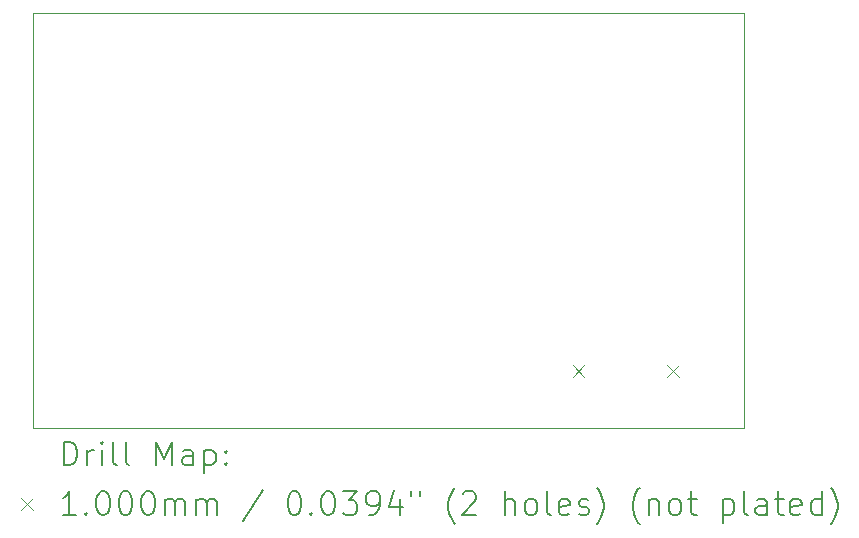
<source format=gbr>
%TF.GenerationSoftware,KiCad,Pcbnew,8.0.7*%
%TF.CreationDate,2025-03-03T01:54:19+02:00*%
%TF.ProjectId,slug_v1_0,736c7567-5f76-4315-9f30-2e6b69636164,rev?*%
%TF.SameCoordinates,Original*%
%TF.FileFunction,Drillmap*%
%TF.FilePolarity,Positive*%
%FSLAX45Y45*%
G04 Gerber Fmt 4.5, Leading zero omitted, Abs format (unit mm)*
G04 Created by KiCad (PCBNEW 8.0.7) date 2025-03-03 01:54:19*
%MOMM*%
%LPD*%
G01*
G04 APERTURE LIST*
%ADD10C,0.050000*%
%ADD11C,0.200000*%
%ADD12C,0.100000*%
G04 APERTURE END LIST*
D10*
X6290000Y-9990000D02*
X12310000Y-9990000D01*
X12310000Y-13510000D01*
X6290000Y-13510000D01*
X6290000Y-9990000D01*
D11*
D12*
X10857000Y-12975000D02*
X10957000Y-13075000D01*
X10957000Y-12975000D02*
X10857000Y-13075000D01*
X11655000Y-12975000D02*
X11755000Y-13075000D01*
X11755000Y-12975000D02*
X11655000Y-13075000D01*
D11*
X6548277Y-13823984D02*
X6548277Y-13623984D01*
X6548277Y-13623984D02*
X6595896Y-13623984D01*
X6595896Y-13623984D02*
X6624467Y-13633508D01*
X6624467Y-13633508D02*
X6643515Y-13652555D01*
X6643515Y-13652555D02*
X6653039Y-13671603D01*
X6653039Y-13671603D02*
X6662562Y-13709698D01*
X6662562Y-13709698D02*
X6662562Y-13738269D01*
X6662562Y-13738269D02*
X6653039Y-13776365D01*
X6653039Y-13776365D02*
X6643515Y-13795412D01*
X6643515Y-13795412D02*
X6624467Y-13814460D01*
X6624467Y-13814460D02*
X6595896Y-13823984D01*
X6595896Y-13823984D02*
X6548277Y-13823984D01*
X6748277Y-13823984D02*
X6748277Y-13690650D01*
X6748277Y-13728746D02*
X6757801Y-13709698D01*
X6757801Y-13709698D02*
X6767324Y-13700174D01*
X6767324Y-13700174D02*
X6786372Y-13690650D01*
X6786372Y-13690650D02*
X6805420Y-13690650D01*
X6872086Y-13823984D02*
X6872086Y-13690650D01*
X6872086Y-13623984D02*
X6862562Y-13633508D01*
X6862562Y-13633508D02*
X6872086Y-13643031D01*
X6872086Y-13643031D02*
X6881610Y-13633508D01*
X6881610Y-13633508D02*
X6872086Y-13623984D01*
X6872086Y-13623984D02*
X6872086Y-13643031D01*
X6995896Y-13823984D02*
X6976848Y-13814460D01*
X6976848Y-13814460D02*
X6967324Y-13795412D01*
X6967324Y-13795412D02*
X6967324Y-13623984D01*
X7100658Y-13823984D02*
X7081610Y-13814460D01*
X7081610Y-13814460D02*
X7072086Y-13795412D01*
X7072086Y-13795412D02*
X7072086Y-13623984D01*
X7329229Y-13823984D02*
X7329229Y-13623984D01*
X7329229Y-13623984D02*
X7395896Y-13766841D01*
X7395896Y-13766841D02*
X7462562Y-13623984D01*
X7462562Y-13623984D02*
X7462562Y-13823984D01*
X7643515Y-13823984D02*
X7643515Y-13719222D01*
X7643515Y-13719222D02*
X7633991Y-13700174D01*
X7633991Y-13700174D02*
X7614943Y-13690650D01*
X7614943Y-13690650D02*
X7576848Y-13690650D01*
X7576848Y-13690650D02*
X7557801Y-13700174D01*
X7643515Y-13814460D02*
X7624467Y-13823984D01*
X7624467Y-13823984D02*
X7576848Y-13823984D01*
X7576848Y-13823984D02*
X7557801Y-13814460D01*
X7557801Y-13814460D02*
X7548277Y-13795412D01*
X7548277Y-13795412D02*
X7548277Y-13776365D01*
X7548277Y-13776365D02*
X7557801Y-13757317D01*
X7557801Y-13757317D02*
X7576848Y-13747793D01*
X7576848Y-13747793D02*
X7624467Y-13747793D01*
X7624467Y-13747793D02*
X7643515Y-13738269D01*
X7738753Y-13690650D02*
X7738753Y-13890650D01*
X7738753Y-13700174D02*
X7757801Y-13690650D01*
X7757801Y-13690650D02*
X7795896Y-13690650D01*
X7795896Y-13690650D02*
X7814943Y-13700174D01*
X7814943Y-13700174D02*
X7824467Y-13709698D01*
X7824467Y-13709698D02*
X7833991Y-13728746D01*
X7833991Y-13728746D02*
X7833991Y-13785888D01*
X7833991Y-13785888D02*
X7824467Y-13804936D01*
X7824467Y-13804936D02*
X7814943Y-13814460D01*
X7814943Y-13814460D02*
X7795896Y-13823984D01*
X7795896Y-13823984D02*
X7757801Y-13823984D01*
X7757801Y-13823984D02*
X7738753Y-13814460D01*
X7919705Y-13804936D02*
X7929229Y-13814460D01*
X7929229Y-13814460D02*
X7919705Y-13823984D01*
X7919705Y-13823984D02*
X7910182Y-13814460D01*
X7910182Y-13814460D02*
X7919705Y-13804936D01*
X7919705Y-13804936D02*
X7919705Y-13823984D01*
X7919705Y-13700174D02*
X7929229Y-13709698D01*
X7929229Y-13709698D02*
X7919705Y-13719222D01*
X7919705Y-13719222D02*
X7910182Y-13709698D01*
X7910182Y-13709698D02*
X7919705Y-13700174D01*
X7919705Y-13700174D02*
X7919705Y-13719222D01*
D12*
X6187500Y-14102500D02*
X6287500Y-14202500D01*
X6287500Y-14102500D02*
X6187500Y-14202500D01*
D11*
X6653039Y-14243984D02*
X6538753Y-14243984D01*
X6595896Y-14243984D02*
X6595896Y-14043984D01*
X6595896Y-14043984D02*
X6576848Y-14072555D01*
X6576848Y-14072555D02*
X6557801Y-14091603D01*
X6557801Y-14091603D02*
X6538753Y-14101127D01*
X6738753Y-14224936D02*
X6748277Y-14234460D01*
X6748277Y-14234460D02*
X6738753Y-14243984D01*
X6738753Y-14243984D02*
X6729229Y-14234460D01*
X6729229Y-14234460D02*
X6738753Y-14224936D01*
X6738753Y-14224936D02*
X6738753Y-14243984D01*
X6872086Y-14043984D02*
X6891134Y-14043984D01*
X6891134Y-14043984D02*
X6910182Y-14053508D01*
X6910182Y-14053508D02*
X6919705Y-14063031D01*
X6919705Y-14063031D02*
X6929229Y-14082079D01*
X6929229Y-14082079D02*
X6938753Y-14120174D01*
X6938753Y-14120174D02*
X6938753Y-14167793D01*
X6938753Y-14167793D02*
X6929229Y-14205888D01*
X6929229Y-14205888D02*
X6919705Y-14224936D01*
X6919705Y-14224936D02*
X6910182Y-14234460D01*
X6910182Y-14234460D02*
X6891134Y-14243984D01*
X6891134Y-14243984D02*
X6872086Y-14243984D01*
X6872086Y-14243984D02*
X6853039Y-14234460D01*
X6853039Y-14234460D02*
X6843515Y-14224936D01*
X6843515Y-14224936D02*
X6833991Y-14205888D01*
X6833991Y-14205888D02*
X6824467Y-14167793D01*
X6824467Y-14167793D02*
X6824467Y-14120174D01*
X6824467Y-14120174D02*
X6833991Y-14082079D01*
X6833991Y-14082079D02*
X6843515Y-14063031D01*
X6843515Y-14063031D02*
X6853039Y-14053508D01*
X6853039Y-14053508D02*
X6872086Y-14043984D01*
X7062562Y-14043984D02*
X7081610Y-14043984D01*
X7081610Y-14043984D02*
X7100658Y-14053508D01*
X7100658Y-14053508D02*
X7110182Y-14063031D01*
X7110182Y-14063031D02*
X7119705Y-14082079D01*
X7119705Y-14082079D02*
X7129229Y-14120174D01*
X7129229Y-14120174D02*
X7129229Y-14167793D01*
X7129229Y-14167793D02*
X7119705Y-14205888D01*
X7119705Y-14205888D02*
X7110182Y-14224936D01*
X7110182Y-14224936D02*
X7100658Y-14234460D01*
X7100658Y-14234460D02*
X7081610Y-14243984D01*
X7081610Y-14243984D02*
X7062562Y-14243984D01*
X7062562Y-14243984D02*
X7043515Y-14234460D01*
X7043515Y-14234460D02*
X7033991Y-14224936D01*
X7033991Y-14224936D02*
X7024467Y-14205888D01*
X7024467Y-14205888D02*
X7014943Y-14167793D01*
X7014943Y-14167793D02*
X7014943Y-14120174D01*
X7014943Y-14120174D02*
X7024467Y-14082079D01*
X7024467Y-14082079D02*
X7033991Y-14063031D01*
X7033991Y-14063031D02*
X7043515Y-14053508D01*
X7043515Y-14053508D02*
X7062562Y-14043984D01*
X7253039Y-14043984D02*
X7272086Y-14043984D01*
X7272086Y-14043984D02*
X7291134Y-14053508D01*
X7291134Y-14053508D02*
X7300658Y-14063031D01*
X7300658Y-14063031D02*
X7310182Y-14082079D01*
X7310182Y-14082079D02*
X7319705Y-14120174D01*
X7319705Y-14120174D02*
X7319705Y-14167793D01*
X7319705Y-14167793D02*
X7310182Y-14205888D01*
X7310182Y-14205888D02*
X7300658Y-14224936D01*
X7300658Y-14224936D02*
X7291134Y-14234460D01*
X7291134Y-14234460D02*
X7272086Y-14243984D01*
X7272086Y-14243984D02*
X7253039Y-14243984D01*
X7253039Y-14243984D02*
X7233991Y-14234460D01*
X7233991Y-14234460D02*
X7224467Y-14224936D01*
X7224467Y-14224936D02*
X7214943Y-14205888D01*
X7214943Y-14205888D02*
X7205420Y-14167793D01*
X7205420Y-14167793D02*
X7205420Y-14120174D01*
X7205420Y-14120174D02*
X7214943Y-14082079D01*
X7214943Y-14082079D02*
X7224467Y-14063031D01*
X7224467Y-14063031D02*
X7233991Y-14053508D01*
X7233991Y-14053508D02*
X7253039Y-14043984D01*
X7405420Y-14243984D02*
X7405420Y-14110650D01*
X7405420Y-14129698D02*
X7414943Y-14120174D01*
X7414943Y-14120174D02*
X7433991Y-14110650D01*
X7433991Y-14110650D02*
X7462563Y-14110650D01*
X7462563Y-14110650D02*
X7481610Y-14120174D01*
X7481610Y-14120174D02*
X7491134Y-14139222D01*
X7491134Y-14139222D02*
X7491134Y-14243984D01*
X7491134Y-14139222D02*
X7500658Y-14120174D01*
X7500658Y-14120174D02*
X7519705Y-14110650D01*
X7519705Y-14110650D02*
X7548277Y-14110650D01*
X7548277Y-14110650D02*
X7567324Y-14120174D01*
X7567324Y-14120174D02*
X7576848Y-14139222D01*
X7576848Y-14139222D02*
X7576848Y-14243984D01*
X7672086Y-14243984D02*
X7672086Y-14110650D01*
X7672086Y-14129698D02*
X7681610Y-14120174D01*
X7681610Y-14120174D02*
X7700658Y-14110650D01*
X7700658Y-14110650D02*
X7729229Y-14110650D01*
X7729229Y-14110650D02*
X7748277Y-14120174D01*
X7748277Y-14120174D02*
X7757801Y-14139222D01*
X7757801Y-14139222D02*
X7757801Y-14243984D01*
X7757801Y-14139222D02*
X7767324Y-14120174D01*
X7767324Y-14120174D02*
X7786372Y-14110650D01*
X7786372Y-14110650D02*
X7814943Y-14110650D01*
X7814943Y-14110650D02*
X7833991Y-14120174D01*
X7833991Y-14120174D02*
X7843515Y-14139222D01*
X7843515Y-14139222D02*
X7843515Y-14243984D01*
X8233991Y-14034460D02*
X8062563Y-14291603D01*
X8491134Y-14043984D02*
X8510182Y-14043984D01*
X8510182Y-14043984D02*
X8529229Y-14053508D01*
X8529229Y-14053508D02*
X8538753Y-14063031D01*
X8538753Y-14063031D02*
X8548277Y-14082079D01*
X8548277Y-14082079D02*
X8557801Y-14120174D01*
X8557801Y-14120174D02*
X8557801Y-14167793D01*
X8557801Y-14167793D02*
X8548277Y-14205888D01*
X8548277Y-14205888D02*
X8538753Y-14224936D01*
X8538753Y-14224936D02*
X8529229Y-14234460D01*
X8529229Y-14234460D02*
X8510182Y-14243984D01*
X8510182Y-14243984D02*
X8491134Y-14243984D01*
X8491134Y-14243984D02*
X8472087Y-14234460D01*
X8472087Y-14234460D02*
X8462563Y-14224936D01*
X8462563Y-14224936D02*
X8453039Y-14205888D01*
X8453039Y-14205888D02*
X8443515Y-14167793D01*
X8443515Y-14167793D02*
X8443515Y-14120174D01*
X8443515Y-14120174D02*
X8453039Y-14082079D01*
X8453039Y-14082079D02*
X8462563Y-14063031D01*
X8462563Y-14063031D02*
X8472087Y-14053508D01*
X8472087Y-14053508D02*
X8491134Y-14043984D01*
X8643515Y-14224936D02*
X8653039Y-14234460D01*
X8653039Y-14234460D02*
X8643515Y-14243984D01*
X8643515Y-14243984D02*
X8633991Y-14234460D01*
X8633991Y-14234460D02*
X8643515Y-14224936D01*
X8643515Y-14224936D02*
X8643515Y-14243984D01*
X8776848Y-14043984D02*
X8795896Y-14043984D01*
X8795896Y-14043984D02*
X8814944Y-14053508D01*
X8814944Y-14053508D02*
X8824468Y-14063031D01*
X8824468Y-14063031D02*
X8833991Y-14082079D01*
X8833991Y-14082079D02*
X8843515Y-14120174D01*
X8843515Y-14120174D02*
X8843515Y-14167793D01*
X8843515Y-14167793D02*
X8833991Y-14205888D01*
X8833991Y-14205888D02*
X8824468Y-14224936D01*
X8824468Y-14224936D02*
X8814944Y-14234460D01*
X8814944Y-14234460D02*
X8795896Y-14243984D01*
X8795896Y-14243984D02*
X8776848Y-14243984D01*
X8776848Y-14243984D02*
X8757801Y-14234460D01*
X8757801Y-14234460D02*
X8748277Y-14224936D01*
X8748277Y-14224936D02*
X8738753Y-14205888D01*
X8738753Y-14205888D02*
X8729229Y-14167793D01*
X8729229Y-14167793D02*
X8729229Y-14120174D01*
X8729229Y-14120174D02*
X8738753Y-14082079D01*
X8738753Y-14082079D02*
X8748277Y-14063031D01*
X8748277Y-14063031D02*
X8757801Y-14053508D01*
X8757801Y-14053508D02*
X8776848Y-14043984D01*
X8910182Y-14043984D02*
X9033991Y-14043984D01*
X9033991Y-14043984D02*
X8967325Y-14120174D01*
X8967325Y-14120174D02*
X8995896Y-14120174D01*
X8995896Y-14120174D02*
X9014944Y-14129698D01*
X9014944Y-14129698D02*
X9024468Y-14139222D01*
X9024468Y-14139222D02*
X9033991Y-14158269D01*
X9033991Y-14158269D02*
X9033991Y-14205888D01*
X9033991Y-14205888D02*
X9024468Y-14224936D01*
X9024468Y-14224936D02*
X9014944Y-14234460D01*
X9014944Y-14234460D02*
X8995896Y-14243984D01*
X8995896Y-14243984D02*
X8938753Y-14243984D01*
X8938753Y-14243984D02*
X8919706Y-14234460D01*
X8919706Y-14234460D02*
X8910182Y-14224936D01*
X9129229Y-14243984D02*
X9167325Y-14243984D01*
X9167325Y-14243984D02*
X9186372Y-14234460D01*
X9186372Y-14234460D02*
X9195896Y-14224936D01*
X9195896Y-14224936D02*
X9214944Y-14196365D01*
X9214944Y-14196365D02*
X9224468Y-14158269D01*
X9224468Y-14158269D02*
X9224468Y-14082079D01*
X9224468Y-14082079D02*
X9214944Y-14063031D01*
X9214944Y-14063031D02*
X9205420Y-14053508D01*
X9205420Y-14053508D02*
X9186372Y-14043984D01*
X9186372Y-14043984D02*
X9148277Y-14043984D01*
X9148277Y-14043984D02*
X9129229Y-14053508D01*
X9129229Y-14053508D02*
X9119706Y-14063031D01*
X9119706Y-14063031D02*
X9110182Y-14082079D01*
X9110182Y-14082079D02*
X9110182Y-14129698D01*
X9110182Y-14129698D02*
X9119706Y-14148746D01*
X9119706Y-14148746D02*
X9129229Y-14158269D01*
X9129229Y-14158269D02*
X9148277Y-14167793D01*
X9148277Y-14167793D02*
X9186372Y-14167793D01*
X9186372Y-14167793D02*
X9205420Y-14158269D01*
X9205420Y-14158269D02*
X9214944Y-14148746D01*
X9214944Y-14148746D02*
X9224468Y-14129698D01*
X9395896Y-14110650D02*
X9395896Y-14243984D01*
X9348277Y-14034460D02*
X9300658Y-14177317D01*
X9300658Y-14177317D02*
X9424468Y-14177317D01*
X9491134Y-14043984D02*
X9491134Y-14082079D01*
X9567325Y-14043984D02*
X9567325Y-14082079D01*
X9862563Y-14320174D02*
X9853039Y-14310650D01*
X9853039Y-14310650D02*
X9833991Y-14282079D01*
X9833991Y-14282079D02*
X9824468Y-14263031D01*
X9824468Y-14263031D02*
X9814944Y-14234460D01*
X9814944Y-14234460D02*
X9805420Y-14186841D01*
X9805420Y-14186841D02*
X9805420Y-14148746D01*
X9805420Y-14148746D02*
X9814944Y-14101127D01*
X9814944Y-14101127D02*
X9824468Y-14072555D01*
X9824468Y-14072555D02*
X9833991Y-14053508D01*
X9833991Y-14053508D02*
X9853039Y-14024936D01*
X9853039Y-14024936D02*
X9862563Y-14015412D01*
X9929230Y-14063031D02*
X9938753Y-14053508D01*
X9938753Y-14053508D02*
X9957801Y-14043984D01*
X9957801Y-14043984D02*
X10005420Y-14043984D01*
X10005420Y-14043984D02*
X10024468Y-14053508D01*
X10024468Y-14053508D02*
X10033991Y-14063031D01*
X10033991Y-14063031D02*
X10043515Y-14082079D01*
X10043515Y-14082079D02*
X10043515Y-14101127D01*
X10043515Y-14101127D02*
X10033991Y-14129698D01*
X10033991Y-14129698D02*
X9919706Y-14243984D01*
X9919706Y-14243984D02*
X10043515Y-14243984D01*
X10281611Y-14243984D02*
X10281611Y-14043984D01*
X10367325Y-14243984D02*
X10367325Y-14139222D01*
X10367325Y-14139222D02*
X10357801Y-14120174D01*
X10357801Y-14120174D02*
X10338753Y-14110650D01*
X10338753Y-14110650D02*
X10310182Y-14110650D01*
X10310182Y-14110650D02*
X10291134Y-14120174D01*
X10291134Y-14120174D02*
X10281611Y-14129698D01*
X10491134Y-14243984D02*
X10472087Y-14234460D01*
X10472087Y-14234460D02*
X10462563Y-14224936D01*
X10462563Y-14224936D02*
X10453039Y-14205888D01*
X10453039Y-14205888D02*
X10453039Y-14148746D01*
X10453039Y-14148746D02*
X10462563Y-14129698D01*
X10462563Y-14129698D02*
X10472087Y-14120174D01*
X10472087Y-14120174D02*
X10491134Y-14110650D01*
X10491134Y-14110650D02*
X10519706Y-14110650D01*
X10519706Y-14110650D02*
X10538753Y-14120174D01*
X10538753Y-14120174D02*
X10548277Y-14129698D01*
X10548277Y-14129698D02*
X10557801Y-14148746D01*
X10557801Y-14148746D02*
X10557801Y-14205888D01*
X10557801Y-14205888D02*
X10548277Y-14224936D01*
X10548277Y-14224936D02*
X10538753Y-14234460D01*
X10538753Y-14234460D02*
X10519706Y-14243984D01*
X10519706Y-14243984D02*
X10491134Y-14243984D01*
X10672087Y-14243984D02*
X10653039Y-14234460D01*
X10653039Y-14234460D02*
X10643515Y-14215412D01*
X10643515Y-14215412D02*
X10643515Y-14043984D01*
X10824468Y-14234460D02*
X10805420Y-14243984D01*
X10805420Y-14243984D02*
X10767325Y-14243984D01*
X10767325Y-14243984D02*
X10748277Y-14234460D01*
X10748277Y-14234460D02*
X10738753Y-14215412D01*
X10738753Y-14215412D02*
X10738753Y-14139222D01*
X10738753Y-14139222D02*
X10748277Y-14120174D01*
X10748277Y-14120174D02*
X10767325Y-14110650D01*
X10767325Y-14110650D02*
X10805420Y-14110650D01*
X10805420Y-14110650D02*
X10824468Y-14120174D01*
X10824468Y-14120174D02*
X10833992Y-14139222D01*
X10833992Y-14139222D02*
X10833992Y-14158269D01*
X10833992Y-14158269D02*
X10738753Y-14177317D01*
X10910182Y-14234460D02*
X10929230Y-14243984D01*
X10929230Y-14243984D02*
X10967325Y-14243984D01*
X10967325Y-14243984D02*
X10986373Y-14234460D01*
X10986373Y-14234460D02*
X10995896Y-14215412D01*
X10995896Y-14215412D02*
X10995896Y-14205888D01*
X10995896Y-14205888D02*
X10986373Y-14186841D01*
X10986373Y-14186841D02*
X10967325Y-14177317D01*
X10967325Y-14177317D02*
X10938753Y-14177317D01*
X10938753Y-14177317D02*
X10919706Y-14167793D01*
X10919706Y-14167793D02*
X10910182Y-14148746D01*
X10910182Y-14148746D02*
X10910182Y-14139222D01*
X10910182Y-14139222D02*
X10919706Y-14120174D01*
X10919706Y-14120174D02*
X10938753Y-14110650D01*
X10938753Y-14110650D02*
X10967325Y-14110650D01*
X10967325Y-14110650D02*
X10986373Y-14120174D01*
X11062563Y-14320174D02*
X11072087Y-14310650D01*
X11072087Y-14310650D02*
X11091134Y-14282079D01*
X11091134Y-14282079D02*
X11100658Y-14263031D01*
X11100658Y-14263031D02*
X11110182Y-14234460D01*
X11110182Y-14234460D02*
X11119706Y-14186841D01*
X11119706Y-14186841D02*
X11119706Y-14148746D01*
X11119706Y-14148746D02*
X11110182Y-14101127D01*
X11110182Y-14101127D02*
X11100658Y-14072555D01*
X11100658Y-14072555D02*
X11091134Y-14053508D01*
X11091134Y-14053508D02*
X11072087Y-14024936D01*
X11072087Y-14024936D02*
X11062563Y-14015412D01*
X11424468Y-14320174D02*
X11414944Y-14310650D01*
X11414944Y-14310650D02*
X11395896Y-14282079D01*
X11395896Y-14282079D02*
X11386372Y-14263031D01*
X11386372Y-14263031D02*
X11376849Y-14234460D01*
X11376849Y-14234460D02*
X11367325Y-14186841D01*
X11367325Y-14186841D02*
X11367325Y-14148746D01*
X11367325Y-14148746D02*
X11376849Y-14101127D01*
X11376849Y-14101127D02*
X11386372Y-14072555D01*
X11386372Y-14072555D02*
X11395896Y-14053508D01*
X11395896Y-14053508D02*
X11414944Y-14024936D01*
X11414944Y-14024936D02*
X11424468Y-14015412D01*
X11500658Y-14110650D02*
X11500658Y-14243984D01*
X11500658Y-14129698D02*
X11510182Y-14120174D01*
X11510182Y-14120174D02*
X11529230Y-14110650D01*
X11529230Y-14110650D02*
X11557801Y-14110650D01*
X11557801Y-14110650D02*
X11576849Y-14120174D01*
X11576849Y-14120174D02*
X11586372Y-14139222D01*
X11586372Y-14139222D02*
X11586372Y-14243984D01*
X11710182Y-14243984D02*
X11691134Y-14234460D01*
X11691134Y-14234460D02*
X11681611Y-14224936D01*
X11681611Y-14224936D02*
X11672087Y-14205888D01*
X11672087Y-14205888D02*
X11672087Y-14148746D01*
X11672087Y-14148746D02*
X11681611Y-14129698D01*
X11681611Y-14129698D02*
X11691134Y-14120174D01*
X11691134Y-14120174D02*
X11710182Y-14110650D01*
X11710182Y-14110650D02*
X11738753Y-14110650D01*
X11738753Y-14110650D02*
X11757801Y-14120174D01*
X11757801Y-14120174D02*
X11767325Y-14129698D01*
X11767325Y-14129698D02*
X11776849Y-14148746D01*
X11776849Y-14148746D02*
X11776849Y-14205888D01*
X11776849Y-14205888D02*
X11767325Y-14224936D01*
X11767325Y-14224936D02*
X11757801Y-14234460D01*
X11757801Y-14234460D02*
X11738753Y-14243984D01*
X11738753Y-14243984D02*
X11710182Y-14243984D01*
X11833992Y-14110650D02*
X11910182Y-14110650D01*
X11862563Y-14043984D02*
X11862563Y-14215412D01*
X11862563Y-14215412D02*
X11872087Y-14234460D01*
X11872087Y-14234460D02*
X11891134Y-14243984D01*
X11891134Y-14243984D02*
X11910182Y-14243984D01*
X12129230Y-14110650D02*
X12129230Y-14310650D01*
X12129230Y-14120174D02*
X12148277Y-14110650D01*
X12148277Y-14110650D02*
X12186373Y-14110650D01*
X12186373Y-14110650D02*
X12205420Y-14120174D01*
X12205420Y-14120174D02*
X12214944Y-14129698D01*
X12214944Y-14129698D02*
X12224468Y-14148746D01*
X12224468Y-14148746D02*
X12224468Y-14205888D01*
X12224468Y-14205888D02*
X12214944Y-14224936D01*
X12214944Y-14224936D02*
X12205420Y-14234460D01*
X12205420Y-14234460D02*
X12186373Y-14243984D01*
X12186373Y-14243984D02*
X12148277Y-14243984D01*
X12148277Y-14243984D02*
X12129230Y-14234460D01*
X12338753Y-14243984D02*
X12319706Y-14234460D01*
X12319706Y-14234460D02*
X12310182Y-14215412D01*
X12310182Y-14215412D02*
X12310182Y-14043984D01*
X12500658Y-14243984D02*
X12500658Y-14139222D01*
X12500658Y-14139222D02*
X12491134Y-14120174D01*
X12491134Y-14120174D02*
X12472087Y-14110650D01*
X12472087Y-14110650D02*
X12433992Y-14110650D01*
X12433992Y-14110650D02*
X12414944Y-14120174D01*
X12500658Y-14234460D02*
X12481611Y-14243984D01*
X12481611Y-14243984D02*
X12433992Y-14243984D01*
X12433992Y-14243984D02*
X12414944Y-14234460D01*
X12414944Y-14234460D02*
X12405420Y-14215412D01*
X12405420Y-14215412D02*
X12405420Y-14196365D01*
X12405420Y-14196365D02*
X12414944Y-14177317D01*
X12414944Y-14177317D02*
X12433992Y-14167793D01*
X12433992Y-14167793D02*
X12481611Y-14167793D01*
X12481611Y-14167793D02*
X12500658Y-14158269D01*
X12567325Y-14110650D02*
X12643515Y-14110650D01*
X12595896Y-14043984D02*
X12595896Y-14215412D01*
X12595896Y-14215412D02*
X12605420Y-14234460D01*
X12605420Y-14234460D02*
X12624468Y-14243984D01*
X12624468Y-14243984D02*
X12643515Y-14243984D01*
X12786373Y-14234460D02*
X12767325Y-14243984D01*
X12767325Y-14243984D02*
X12729230Y-14243984D01*
X12729230Y-14243984D02*
X12710182Y-14234460D01*
X12710182Y-14234460D02*
X12700658Y-14215412D01*
X12700658Y-14215412D02*
X12700658Y-14139222D01*
X12700658Y-14139222D02*
X12710182Y-14120174D01*
X12710182Y-14120174D02*
X12729230Y-14110650D01*
X12729230Y-14110650D02*
X12767325Y-14110650D01*
X12767325Y-14110650D02*
X12786373Y-14120174D01*
X12786373Y-14120174D02*
X12795896Y-14139222D01*
X12795896Y-14139222D02*
X12795896Y-14158269D01*
X12795896Y-14158269D02*
X12700658Y-14177317D01*
X12967325Y-14243984D02*
X12967325Y-14043984D01*
X12967325Y-14234460D02*
X12948277Y-14243984D01*
X12948277Y-14243984D02*
X12910182Y-14243984D01*
X12910182Y-14243984D02*
X12891134Y-14234460D01*
X12891134Y-14234460D02*
X12881611Y-14224936D01*
X12881611Y-14224936D02*
X12872087Y-14205888D01*
X12872087Y-14205888D02*
X12872087Y-14148746D01*
X12872087Y-14148746D02*
X12881611Y-14129698D01*
X12881611Y-14129698D02*
X12891134Y-14120174D01*
X12891134Y-14120174D02*
X12910182Y-14110650D01*
X12910182Y-14110650D02*
X12948277Y-14110650D01*
X12948277Y-14110650D02*
X12967325Y-14120174D01*
X13043515Y-14320174D02*
X13053039Y-14310650D01*
X13053039Y-14310650D02*
X13072087Y-14282079D01*
X13072087Y-14282079D02*
X13081611Y-14263031D01*
X13081611Y-14263031D02*
X13091134Y-14234460D01*
X13091134Y-14234460D02*
X13100658Y-14186841D01*
X13100658Y-14186841D02*
X13100658Y-14148746D01*
X13100658Y-14148746D02*
X13091134Y-14101127D01*
X13091134Y-14101127D02*
X13081611Y-14072555D01*
X13081611Y-14072555D02*
X13072087Y-14053508D01*
X13072087Y-14053508D02*
X13053039Y-14024936D01*
X13053039Y-14024936D02*
X13043515Y-14015412D01*
M02*

</source>
